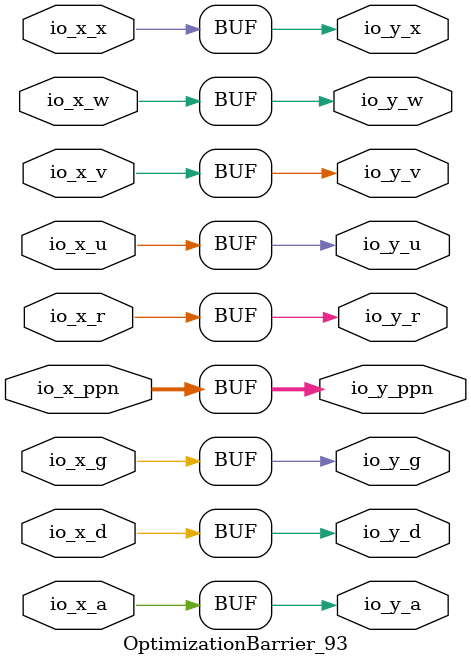
<source format=sv>

`ifndef PRINTF_COND_
  `ifdef PRINTF_COND
    `define PRINTF_COND_ (`PRINTF_COND)
  `else  // PRINTF_COND
    `define PRINTF_COND_ 1
  `endif // PRINTF_COND
`endif // not def PRINTF_COND_

// Users can define 'ASSERT_VERBOSE_COND' to add an extra gate to assert error printing.
`ifndef ASSERT_VERBOSE_COND_
  `ifdef ASSERT_VERBOSE_COND
    `define ASSERT_VERBOSE_COND_ (`ASSERT_VERBOSE_COND)
  `else  // ASSERT_VERBOSE_COND
    `define ASSERT_VERBOSE_COND_ 1
  `endif // ASSERT_VERBOSE_COND
`endif // not def ASSERT_VERBOSE_COND_

// Users can define 'STOP_COND' to add an extra gate to stop conditions.
`ifndef STOP_COND_
  `ifdef STOP_COND
    `define STOP_COND_ (`STOP_COND)
  `else  // STOP_COND
    `define STOP_COND_ 1
  `endif // STOP_COND
`endif // not def STOP_COND_

module OptimizationBarrier_93(
  input  [43:0] io_x_ppn,
  input         io_x_d,
                io_x_a,
                io_x_g,
                io_x_u,
                io_x_x,
                io_x_w,
                io_x_r,
                io_x_v,
  output [43:0] io_y_ppn,
  output        io_y_d,
                io_y_a,
                io_y_g,
                io_y_u,
                io_y_x,
                io_y_w,
                io_y_r,
                io_y_v
);

  assign io_y_ppn = io_x_ppn;
  assign io_y_d = io_x_d;
  assign io_y_a = io_x_a;
  assign io_y_g = io_x_g;
  assign io_y_u = io_x_u;
  assign io_y_x = io_x_x;
  assign io_y_w = io_x_w;
  assign io_y_r = io_x_r;
  assign io_y_v = io_x_v;
endmodule


</source>
